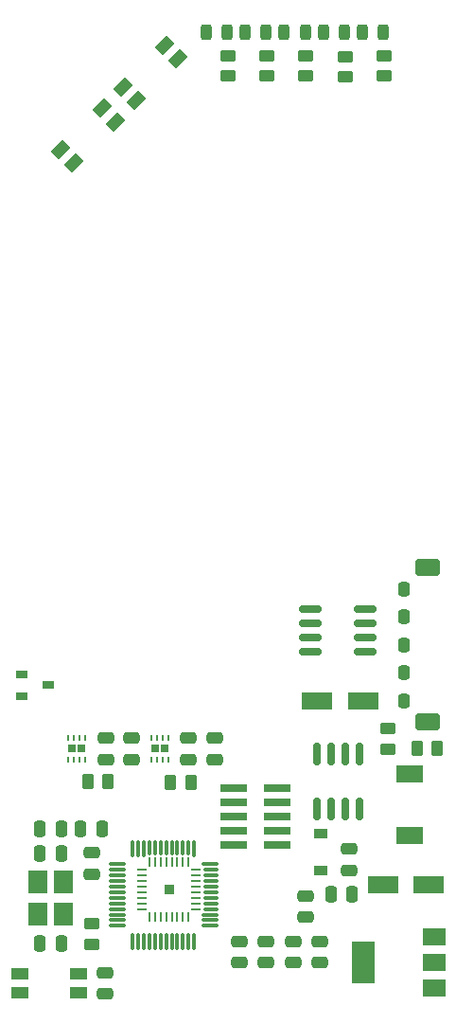
<source format=gbr>
G04 #@! TF.GenerationSoftware,KiCad,Pcbnew,(6.0.1-0)*
G04 #@! TF.CreationDate,2022-04-24T19:17:23-04:00*
G04 #@! TF.ProjectId,mobo,6d6f626f-2e6b-4696-9361-645f70636258,rev?*
G04 #@! TF.SameCoordinates,Original*
G04 #@! TF.FileFunction,Paste,Top*
G04 #@! TF.FilePolarity,Positive*
%FSLAX46Y46*%
G04 Gerber Fmt 4.6, Leading zero omitted, Abs format (unit mm)*
G04 Created by KiCad (PCBNEW (6.0.1-0)) date 2022-04-24 19:17:23*
%MOMM*%
%LPD*%
G01*
G04 APERTURE LIST*
G04 Aperture macros list*
%AMRoundRect*
0 Rectangle with rounded corners*
0 $1 Rounding radius*
0 $2 $3 $4 $5 $6 $7 $8 $9 X,Y pos of 4 corners*
0 Add a 4 corners polygon primitive as box body*
4,1,4,$2,$3,$4,$5,$6,$7,$8,$9,$2,$3,0*
0 Add four circle primitives for the rounded corners*
1,1,$1+$1,$2,$3*
1,1,$1+$1,$4,$5*
1,1,$1+$1,$6,$7*
1,1,$1+$1,$8,$9*
0 Add four rect primitives between the rounded corners*
20,1,$1+$1,$2,$3,$4,$5,0*
20,1,$1+$1,$4,$5,$6,$7,0*
20,1,$1+$1,$6,$7,$8,$9,0*
20,1,$1+$1,$8,$9,$2,$3,0*%
%AMRotRect*
0 Rectangle, with rotation*
0 The origin of the aperture is its center*
0 $1 length*
0 $2 width*
0 $3 Rotation angle, in degrees counterclockwise*
0 Add horizontal line*
21,1,$1,$2,0,0,$3*%
G04 Aperture macros list end*
%ADD10R,2.400000X1.500000*%
%ADD11RoundRect,0.250000X-0.475000X0.250000X-0.475000X-0.250000X0.475000X-0.250000X0.475000X0.250000X0*%
%ADD12RoundRect,0.250000X0.475000X-0.250000X0.475000X0.250000X-0.475000X0.250000X-0.475000X-0.250000X0*%
%ADD13R,0.650000X0.750000*%
%ADD14R,0.250000X0.500000*%
%ADD15RoundRect,0.250000X-0.262500X-0.450000X0.262500X-0.450000X0.262500X0.450000X-0.262500X0.450000X0*%
%ADD16RoundRect,0.232500X-0.232500X-0.232500X0.232500X-0.232500X0.232500X0.232500X-0.232500X0.232500X0*%
%ADD17RoundRect,0.062500X-0.375000X-0.062500X0.375000X-0.062500X0.375000X0.062500X-0.375000X0.062500X0*%
%ADD18RoundRect,0.062500X-0.062500X-0.375000X0.062500X-0.375000X0.062500X0.375000X-0.062500X0.375000X0*%
%ADD19R,1.200000X0.900000*%
%ADD20RoundRect,0.250000X0.250000X-0.400000X0.250000X0.400000X-0.250000X0.400000X-0.250000X-0.400000X0*%
%ADD21RoundRect,0.150000X0.925000X-0.600000X0.925000X0.600000X-0.925000X0.600000X-0.925000X-0.600000X0*%
%ADD22RoundRect,0.250000X-0.450000X0.262500X-0.450000X-0.262500X0.450000X-0.262500X0.450000X0.262500X0*%
%ADD23RoundRect,0.250000X0.250000X0.475000X-0.250000X0.475000X-0.250000X-0.475000X0.250000X-0.475000X0*%
%ADD24RoundRect,0.075000X-0.662500X-0.075000X0.662500X-0.075000X0.662500X0.075000X-0.662500X0.075000X0*%
%ADD25RoundRect,0.075000X-0.075000X-0.662500X0.075000X-0.662500X0.075000X0.662500X-0.075000X0.662500X0*%
%ADD26RoundRect,0.075000X-0.575000X-0.075000X0.575000X-0.075000X0.575000X0.075000X-0.575000X0.075000X0*%
%ADD27RoundRect,0.075000X-0.075000X-0.575000X0.075000X-0.575000X0.075000X0.575000X-0.075000X0.575000X0*%
%ADD28RoundRect,0.243750X-0.243750X-0.456250X0.243750X-0.456250X0.243750X0.456250X-0.243750X0.456250X0*%
%ADD29R,2.000000X1.500000*%
%ADD30R,2.000000X3.800000*%
%ADD31R,1.800000X2.100000*%
%ADD32RoundRect,0.250000X-0.250000X-0.475000X0.250000X-0.475000X0.250000X0.475000X-0.250000X0.475000X0*%
%ADD33RoundRect,0.250000X0.450000X-0.262500X0.450000X0.262500X-0.450000X0.262500X-0.450000X-0.262500X0*%
%ADD34RoundRect,0.250000X1.137500X0.550000X-1.137500X0.550000X-1.137500X-0.550000X1.137500X-0.550000X0*%
%ADD35R,1.550000X1.000000*%
%ADD36RotRect,1.550000X1.000000X225.000000*%
%ADD37RoundRect,0.150000X-0.825000X-0.150000X0.825000X-0.150000X0.825000X0.150000X-0.825000X0.150000X0*%
%ADD38R,1.000000X0.700000*%
%ADD39RoundRect,0.150000X0.150000X-0.825000X0.150000X0.825000X-0.150000X0.825000X-0.150000X-0.825000X0*%
%ADD40R,2.400000X0.740000*%
G04 APERTURE END LIST*
D10*
X-3700000Y-19300000D03*
X-3700000Y-24800000D03*
D11*
X-21150000Y-16075000D03*
X-21150000Y-17975000D03*
D12*
X-30912500Y-17975000D03*
X-30912500Y-16075000D03*
D11*
X-28612500Y-16075000D03*
X-28612500Y-17975000D03*
D12*
X-23500000Y-17975000D03*
X-23500000Y-16075000D03*
D13*
X-33912500Y-17025000D03*
X-33112500Y-17025000D03*
D14*
X-32762500Y-16075000D03*
X-33262500Y-16075000D03*
X-33762500Y-16075000D03*
X-34262500Y-16075000D03*
X-34262500Y-17975000D03*
X-33762500Y-17975000D03*
X-33262500Y-17975000D03*
X-32762500Y-17975000D03*
D13*
X-26450000Y-17025000D03*
X-25650000Y-17025000D03*
D14*
X-25300000Y-16075000D03*
X-25800000Y-16075000D03*
X-26300000Y-16075000D03*
X-26800000Y-16075000D03*
X-26800000Y-17975000D03*
X-26300000Y-17975000D03*
X-25800000Y-17975000D03*
X-25300000Y-17975000D03*
D15*
X-32525000Y-19975000D03*
X-30700000Y-19975000D03*
X-25112500Y-20075000D03*
X-23287500Y-20075000D03*
D16*
X-25250000Y-29607500D03*
D17*
X-27687500Y-27857500D03*
X-27687500Y-28357500D03*
X-27687500Y-28857500D03*
X-27687500Y-29357500D03*
X-27687500Y-29857500D03*
X-27687500Y-30357500D03*
X-27687500Y-30857500D03*
X-27687500Y-31357500D03*
D18*
X-27000000Y-32045000D03*
X-26500000Y-32045000D03*
X-26000000Y-32045000D03*
X-25500000Y-32045000D03*
X-25000000Y-32045000D03*
X-24500000Y-32045000D03*
X-24000000Y-32045000D03*
X-23500000Y-32045000D03*
D17*
X-22812500Y-31357500D03*
X-22812500Y-30857500D03*
X-22812500Y-30357500D03*
X-22812500Y-29857500D03*
X-22812500Y-29357500D03*
X-22812500Y-28857500D03*
X-22812500Y-28357500D03*
X-22812500Y-27857500D03*
D18*
X-23500000Y-27170000D03*
X-24000000Y-27170000D03*
X-24500000Y-27170000D03*
X-25000000Y-27170000D03*
X-25500000Y-27170000D03*
X-26000000Y-27170000D03*
X-26500000Y-27170000D03*
X-27000000Y-27170000D03*
D19*
X-11700000Y-24650000D03*
X-11700000Y-27950000D03*
D20*
X-4250000Y-12750000D03*
X-4250000Y-10250000D03*
X-4250000Y-7750000D03*
X-4250000Y-5250000D03*
X-4250000Y-2750000D03*
D21*
X-2100000Y-14650000D03*
X-2100000Y-850000D03*
D22*
X-6000000Y43087500D03*
X-6000000Y44912500D03*
D15*
X-3062500Y-16950000D03*
X-1237500Y-16950000D03*
D23*
X-8850000Y-30000000D03*
X-10750000Y-30000000D03*
D12*
X-11750000Y-36130000D03*
X-11750000Y-34230000D03*
D24*
X-29912500Y-27357500D03*
X-29912500Y-27857500D03*
X-29912500Y-28357500D03*
X-29912500Y-28857500D03*
X-29912500Y-29357500D03*
X-29912500Y-29857500D03*
X-29912500Y-30357500D03*
X-29912500Y-30857500D03*
X-29912500Y-31357500D03*
X-29912500Y-31857500D03*
X-29912500Y-32357500D03*
X-29912500Y-32857500D03*
D25*
X-28500000Y-34270000D03*
X-28000000Y-34270000D03*
X-27500000Y-34270000D03*
X-27000000Y-34270000D03*
X-26500000Y-34270000D03*
X-26000000Y-34270000D03*
X-25500000Y-34270000D03*
X-25000000Y-34270000D03*
X-24500000Y-34270000D03*
X-24000000Y-34270000D03*
X-23500000Y-34270000D03*
X-23000000Y-34270000D03*
D24*
X-21587500Y-32857500D03*
X-21587500Y-32357500D03*
X-21587500Y-31857500D03*
D26*
X-21500000Y-31357500D03*
X-21500000Y-30857500D03*
X-21500000Y-30357500D03*
X-21500000Y-29857500D03*
X-21500000Y-29357500D03*
X-21500000Y-28857500D03*
X-21500000Y-28357500D03*
X-21500000Y-27857500D03*
D24*
X-21587500Y-27357500D03*
D25*
X-23000000Y-25945000D03*
D27*
X-23500000Y-25855000D03*
X-24000000Y-25855000D03*
X-24500000Y-25855000D03*
X-25000000Y-25855000D03*
X-25500000Y-25855000D03*
X-26000000Y-25855000D03*
X-26500000Y-25855000D03*
X-27000000Y-25855000D03*
D25*
X-27500000Y-25945000D03*
X-28000000Y-25945000D03*
X-28500000Y-25945000D03*
D22*
X-16500000Y43087500D03*
X-16500000Y44912500D03*
D28*
X-13062500Y47000000D03*
X-14937500Y47000000D03*
D22*
X-20000000Y44912500D03*
X-20000000Y43087500D03*
D29*
X-1550000Y-38400000D03*
D30*
X-7850000Y-36100000D03*
D29*
X-1550000Y-36100000D03*
X-1550000Y-33800000D03*
D31*
X-37000000Y-28950000D03*
X-37000000Y-31850000D03*
X-34700000Y-31850000D03*
X-34700000Y-28950000D03*
D32*
X-36800000Y-24150000D03*
X-34900000Y-24150000D03*
D33*
X-5650000Y-17062500D03*
X-5650000Y-15237500D03*
D22*
X-9500000Y43000000D03*
X-9500000Y44825000D03*
D34*
X-7887500Y-12750000D03*
X-12012500Y-12750000D03*
X-1987500Y-29150000D03*
X-6112500Y-29150000D03*
D35*
X-38625000Y-38850000D03*
X-33375000Y-38850000D03*
X-38625000Y-37150000D03*
X-33375000Y-37150000D03*
D36*
X-25641332Y45853643D03*
X-29353643Y42141332D03*
X-28151562Y40939251D03*
X-24439251Y44651562D03*
D12*
X-18970000Y-34250000D03*
X-18970000Y-36150000D03*
X-9100000Y-27900000D03*
X-9100000Y-26000000D03*
X-13000000Y-30190000D03*
X-13000000Y-32090000D03*
D23*
X-31250000Y-24150000D03*
X-33150000Y-24150000D03*
D28*
X-16562500Y47000000D03*
X-18437500Y47000000D03*
D37*
X-12625000Y-4545000D03*
X-12625000Y-5815000D03*
X-12625000Y-7085000D03*
X-12625000Y-8355000D03*
X-7675000Y-8355000D03*
X-7675000Y-7085000D03*
X-7675000Y-5815000D03*
X-7675000Y-4545000D03*
D22*
X-32200000Y-32687500D03*
X-32200000Y-34512500D03*
D38*
X-38450000Y-10400000D03*
X-38450000Y-12300000D03*
X-36050000Y-11350000D03*
D11*
X-32200000Y-26320000D03*
X-32200000Y-28220000D03*
D36*
X-34957196Y36494885D03*
X-31244885Y40207196D03*
X-33755115Y35292804D03*
X-30042804Y39005115D03*
D28*
X-20062500Y47000000D03*
X-21937500Y47000000D03*
D32*
X-36800000Y-26400000D03*
X-34900000Y-26400000D03*
D11*
X-31000000Y-37050000D03*
X-31000000Y-38950000D03*
D28*
X-6062500Y47000000D03*
X-7937500Y47000000D03*
D12*
X-16570000Y-34250000D03*
X-16570000Y-36150000D03*
D23*
X-34900000Y-34400000D03*
X-36800000Y-34400000D03*
D12*
X-14150000Y-36150000D03*
X-14150000Y-34250000D03*
D28*
X-9562500Y47000000D03*
X-11437500Y47000000D03*
D39*
X-12005000Y-22425000D03*
X-10735000Y-22425000D03*
X-9465000Y-22425000D03*
X-8195000Y-22425000D03*
X-8195000Y-17475000D03*
X-9465000Y-17475000D03*
X-10735000Y-17475000D03*
X-12005000Y-17475000D03*
D40*
X-15550000Y-25590000D03*
X-19450000Y-25590000D03*
X-15550000Y-24320000D03*
X-19450000Y-24320000D03*
X-15550000Y-23050000D03*
X-19450000Y-23050000D03*
X-15550000Y-21780000D03*
X-19450000Y-21780000D03*
X-15550000Y-20510000D03*
X-19450000Y-20510000D03*
D22*
X-13000000Y43087500D03*
X-13000000Y44912500D03*
M02*

</source>
